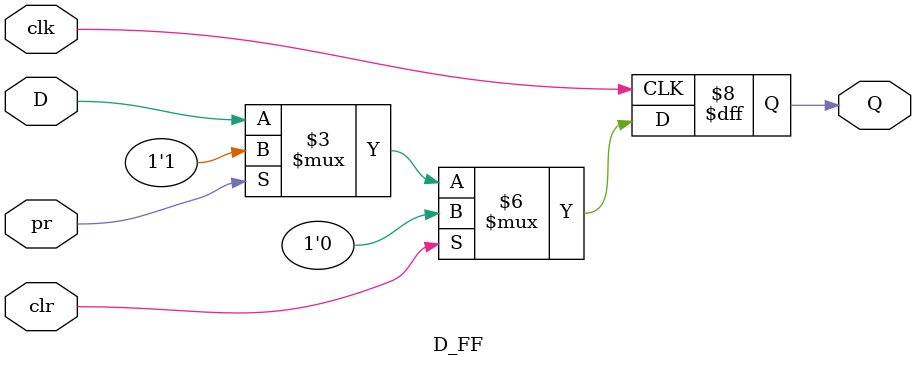
<source format=v>
module D_FF (D, clk, clr, pr, Q);
	
	//Entradas
	input D, clk, clr, pr;
	
	//Saidas
	output reg Q;
	
	always @(posedge clk) begin
		if(clr) begin
			Q <= 1'b0;
		end
		else if(pr) begin
			Q <= 1'b1;
		end
		else begin
			Q <= D;
		end
	end

endmodule 
</source>
